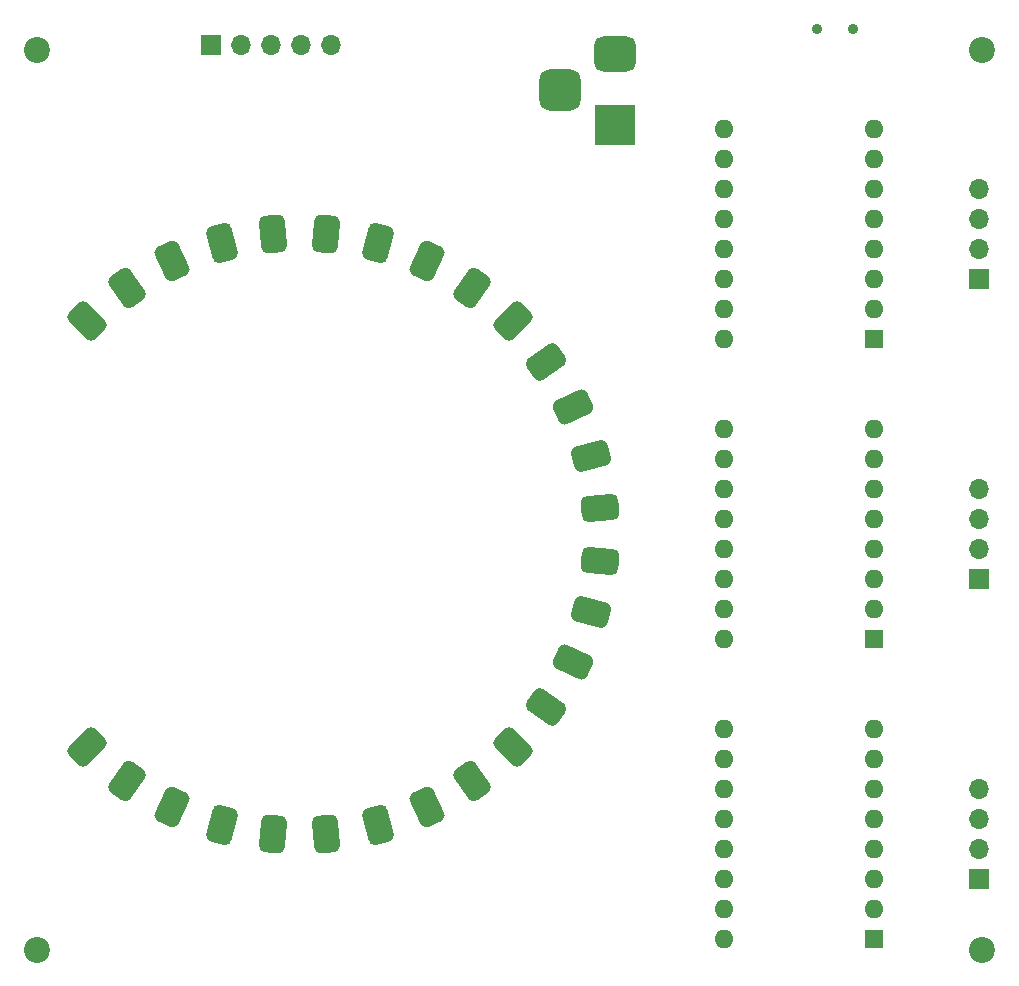
<source format=gbr>
%TF.GenerationSoftware,KiCad,Pcbnew,(6.0.9)*%
%TF.CreationDate,2023-01-29T03:00:28+01:00*%
%TF.ProjectId,Pi Pico Stepper controller,50692050-6963-46f2-9053-746570706572,0.1*%
%TF.SameCoordinates,Original*%
%TF.FileFunction,Soldermask,Bot*%
%TF.FilePolarity,Negative*%
%FSLAX46Y46*%
G04 Gerber Fmt 4.6, Leading zero omitted, Abs format (unit mm)*
G04 Created by KiCad (PCBNEW (6.0.9)) date 2023-01-29 03:00:28*
%MOMM*%
%LPD*%
G01*
G04 APERTURE LIST*
G04 Aperture macros list*
%AMRoundRect*
0 Rectangle with rounded corners*
0 $1 Rounding radius*
0 $2 $3 $4 $5 $6 $7 $8 $9 X,Y pos of 4 corners*
0 Add a 4 corners polygon primitive as box body*
4,1,4,$2,$3,$4,$5,$6,$7,$8,$9,$2,$3,0*
0 Add four circle primitives for the rounded corners*
1,1,$1+$1,$2,$3*
1,1,$1+$1,$4,$5*
1,1,$1+$1,$6,$7*
1,1,$1+$1,$8,$9*
0 Add four rect primitives between the rounded corners*
20,1,$1+$1,$2,$3,$4,$5,0*
20,1,$1+$1,$4,$5,$6,$7,0*
20,1,$1+$1,$6,$7,$8,$9,0*
20,1,$1+$1,$8,$9,$2,$3,0*%
G04 Aperture macros list end*
%ADD10R,1.700000X1.700000*%
%ADD11O,1.700000X1.700000*%
%ADD12R,1.600000X1.600000*%
%ADD13O,1.600000X1.600000*%
%ADD14C,2.200000*%
%ADD15RoundRect,0.550000X-0.353158X-1.131494X1.131247X0.353948X0.353158X1.131494X-1.131247X-0.353948X0*%
%ADD16RoundRect,0.550000X-0.151311X-1.175630X1.052599X0.545010X0.151311X1.175630X-1.052599X-0.545010X0*%
%ADD17RoundRect,0.550000X0.055133X-1.184044X0.941967X0.719512X-0.055133X1.184044X-0.941967X-0.719512X0*%
%ADD18RoundRect,0.550000X0.259903X-1.156482X0.802715X0.872152X-0.259903X1.156482X-0.802715X-0.872152X0*%
%ADD19RoundRect,0.550000X0.456775X-1.093781X0.639072X0.998292X-0.456775X1.093781X-0.639072X-0.998292X0*%
%ADD20RoundRect,0.550000X0.639769X-0.997846X0.456012X1.094099X-0.639769X0.997846X-0.456012X-1.094099X0*%
%ADD21RoundRect,0.550000X0.803323X-0.871591X0.259095X1.156663X-0.803323X0.871591X-0.259095X-1.156663X0*%
%ADD22RoundRect,0.550000X0.942469X-0.718854X0.054307X1.184082X-0.942469X0.718854X-0.054307X-1.184082X0*%
%ADD23RoundRect,0.550000X1.052979X-0.544275X-0.152132X1.175524X-1.052979X0.544275X0.152132X-1.175524X0*%
%ADD24RoundRect,0.550000X1.131494X-0.353158X-0.353948X1.131247X-1.131494X0.353158X0.353948X-1.131247X0*%
%ADD25RoundRect,0.550000X1.175630X-0.151311X-0.545010X1.052599X-1.175630X0.151311X0.545010X-1.052599X0*%
%ADD26RoundRect,0.550000X1.184044X0.055133X-0.719512X0.941967X-1.184044X-0.055133X0.719512X-0.941967X0*%
%ADD27RoundRect,0.550000X1.156482X0.259903X-0.872152X0.802715X-1.156482X-0.259903X0.872152X-0.802715X0*%
%ADD28RoundRect,0.550000X1.093781X0.456775X-0.998292X0.639072X-1.093781X-0.456775X0.998292X-0.639072X0*%
%ADD29RoundRect,0.550000X0.997846X0.639769X-1.094099X0.456012X-0.997846X-0.639769X1.094099X-0.456012X0*%
%ADD30RoundRect,0.550000X0.871591X0.803323X-1.156663X0.259095X-0.871591X-0.803323X1.156663X-0.259095X0*%
%ADD31RoundRect,0.550000X0.718854X0.942469X-1.184082X0.054307X-0.718854X-0.942469X1.184082X-0.054307X0*%
%ADD32RoundRect,0.550000X0.544275X1.052979X-1.175524X-0.152132X-0.544275X-1.052979X1.175524X0.152132X0*%
%ADD33RoundRect,0.550000X0.353158X1.131494X-1.131247X-0.353948X-0.353158X-1.131494X1.131247X0.353948X0*%
%ADD34RoundRect,0.550000X0.151311X1.175630X-1.052599X-0.545010X-0.151311X-1.175630X1.052599X0.545010X0*%
%ADD35RoundRect,0.550000X-0.055133X1.184044X-0.941967X-0.719512X0.055133X-1.184044X0.941967X0.719512X0*%
%ADD36RoundRect,0.550000X-0.259903X1.156482X-0.802715X-0.872152X0.259903X-1.156482X0.802715X0.872152X0*%
%ADD37RoundRect,0.550000X-0.456775X1.093781X-0.639072X-0.998292X0.456775X-1.093781X0.639072X0.998292X0*%
%ADD38RoundRect,0.550000X-0.639769X0.997846X-0.456012X-1.094099X0.639769X-0.997846X0.456012X1.094099X0*%
%ADD39RoundRect,0.550000X-0.803323X0.871591X-0.259095X-1.156663X0.803323X-0.871591X0.259095X1.156663X0*%
%ADD40RoundRect,0.550000X-0.942469X0.718854X-0.054307X-1.184082X0.942469X-0.718854X0.054307X1.184082X0*%
%ADD41RoundRect,0.550000X-1.052979X0.544275X0.152132X-1.175524X1.052979X-0.544275X-0.152132X1.175524X0*%
%ADD42RoundRect,0.550000X-1.131494X0.353158X0.353948X-1.131247X1.131494X-0.353158X-0.353948X1.131247X0*%
%ADD43R,3.500000X3.500000*%
%ADD44RoundRect,0.750000X-1.000000X0.750000X-1.000000X-0.750000X1.000000X-0.750000X1.000000X0.750000X0*%
%ADD45RoundRect,0.875000X-0.875000X0.875000X-0.875000X-0.875000X0.875000X-0.875000X0.875000X0.875000X0*%
%ADD46C,0.900000*%
G04 APERTURE END LIST*
D10*
%TO.C,STEPPER3*%
X183896000Y-70256400D03*
D11*
X183896000Y-67716400D03*
X183896000Y-65176400D03*
X183896000Y-62636400D03*
%TD*%
D12*
%TO.C,A2*%
X174996000Y-100736400D03*
D13*
X174996000Y-98196400D03*
X174996000Y-95656400D03*
X174996000Y-93116400D03*
X174996000Y-90576400D03*
X174996000Y-88036400D03*
X174996000Y-85496400D03*
X174996000Y-82956400D03*
X162296000Y-82956400D03*
X162296000Y-85496400D03*
X162296000Y-88036400D03*
X162296000Y-90576400D03*
X162296000Y-93116400D03*
X162296000Y-95656400D03*
X162296000Y-98196400D03*
X162296000Y-100736400D03*
%TD*%
D12*
%TO.C,A3*%
X174996000Y-75336400D03*
D13*
X174996000Y-72796400D03*
X174996000Y-70256400D03*
X174996000Y-67716400D03*
X174996000Y-65176400D03*
X174996000Y-62636400D03*
X174996000Y-60096400D03*
X174996000Y-57556400D03*
X162296000Y-57556400D03*
X162296000Y-60096400D03*
X162296000Y-62636400D03*
X162296000Y-65176400D03*
X162296000Y-67716400D03*
X162296000Y-70256400D03*
X162296000Y-72796400D03*
X162296000Y-75336400D03*
%TD*%
D12*
%TO.C,A1*%
X174996000Y-126136400D03*
D13*
X174996000Y-123596400D03*
X174996000Y-121056400D03*
X174996000Y-118516400D03*
X174996000Y-115976400D03*
X174996000Y-113436400D03*
X174996000Y-110896400D03*
X174996000Y-108356400D03*
X162296000Y-108356400D03*
X162296000Y-110896400D03*
X162296000Y-113436400D03*
X162296000Y-115976400D03*
X162296000Y-118516400D03*
X162296000Y-121056400D03*
X162296000Y-123596400D03*
X162296000Y-126136400D03*
%TD*%
D14*
%TO.C,H4*%
X184150000Y-127000000D03*
%TD*%
%TO.C,H3*%
X104140000Y-127000000D03*
%TD*%
%TO.C,H1*%
X104140000Y-50800000D03*
%TD*%
D10*
%TO.C,MISC5*%
X118872000Y-50419400D03*
D11*
X121412000Y-50419400D03*
X123952000Y-50419400D03*
X126492000Y-50419400D03*
X129032000Y-50419400D03*
%TD*%
D15*
%TO.C,U1*%
X108317000Y-109880400D03*
D16*
X111722548Y-112737994D03*
D17*
X115572575Y-114960808D03*
D18*
X119750098Y-116481302D03*
D19*
X124128186Y-117253277D03*
D20*
X128573814Y-117253277D03*
D21*
X132951902Y-116481302D03*
D22*
X137129425Y-114960808D03*
D23*
X140979452Y-112737994D03*
D24*
X144385000Y-109880400D03*
D25*
X147242594Y-106474852D03*
D26*
X149465408Y-102624825D03*
D27*
X150985902Y-98447302D03*
D28*
X151757877Y-94069214D03*
D29*
X151757877Y-89623586D03*
D30*
X150985902Y-85245498D03*
D31*
X149465408Y-81067975D03*
D32*
X147242594Y-77217948D03*
D33*
X144385000Y-73812400D03*
D34*
X140979452Y-70954806D03*
D35*
X137129425Y-68731992D03*
D36*
X132951902Y-67211498D03*
D37*
X128573814Y-66439523D03*
D38*
X124128186Y-66439523D03*
D39*
X119750098Y-67211498D03*
D40*
X115572575Y-68731992D03*
D41*
X111722548Y-70954806D03*
D42*
X108317000Y-73812400D03*
%TD*%
D14*
%TO.C,H2*%
X184150000Y-50800000D03*
%TD*%
D43*
%TO.C,J4*%
X153060400Y-57200800D03*
D44*
X153060400Y-51200800D03*
D45*
X148360400Y-54200800D03*
%TD*%
D46*
%TO.C,SW1*%
X173196000Y-49051400D03*
X170196000Y-49051400D03*
%TD*%
D10*
%TO.C,STEPPER2*%
X183871000Y-95646400D03*
D11*
X183871000Y-93106400D03*
X183871000Y-90566400D03*
X183871000Y-88026400D03*
%TD*%
D10*
%TO.C,STEPPER1*%
X183871000Y-121046400D03*
D11*
X183871000Y-118506400D03*
X183871000Y-115966400D03*
X183871000Y-113426400D03*
%TD*%
M02*

</source>
